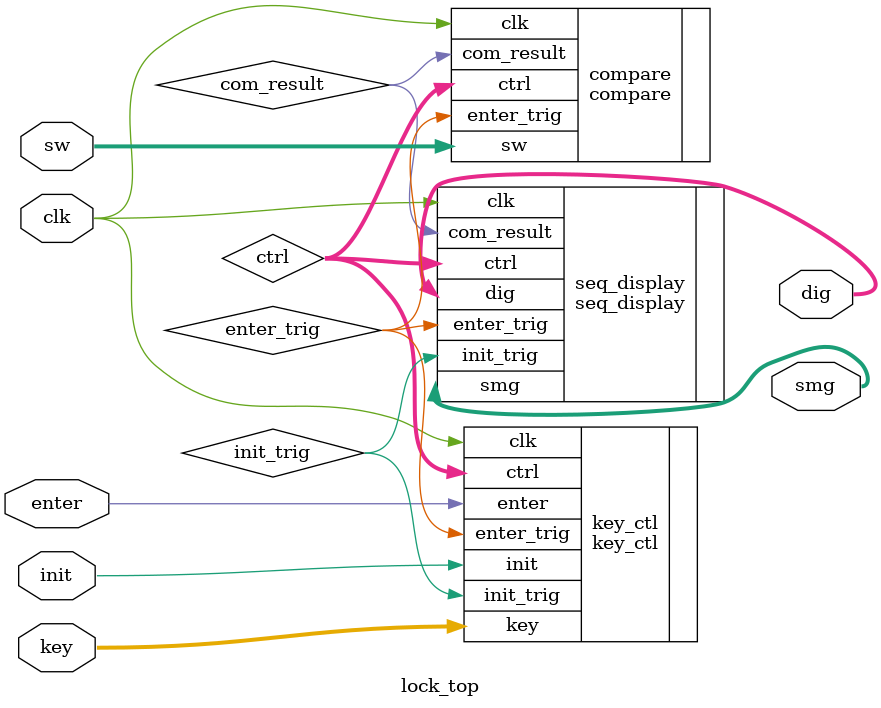
<source format=v>
`timescale 1ns / 1ps

`define UD #1
module lock_top(
    input          clk,
    input  [1:0]   key,
    input          enter,
    input          init, 
    input  [3:0]   sw,
    
    output [7:0]   smg,
    output [3:0]   dig 
);

    
    wire             enter_trig;
    wire             init_trig;
    wire [3:0]       ctrl;  
    wire             com_result; 
    
    key_ctl key_ctl(
        .clk           (  clk         ),//input            clk,
        .key           (  key         ),//input      [1:0] key,
        .enter         (  enter       ),//input            enter,
        .init          (  init        ),//input            init,

        .enter_trig    (  enter_trig  ),//output           enter_trig,
        .init_trig     (  init_trig   ),//output           init_trig,
        .ctrl          (  ctrl        ) //output     [3:0] ctrl
    );
    
    compare compare(
        .clk           (  clk         ),//input        clk,
        .sw            (  sw          ),//input [3:0]  sw,
        .ctrl          (  ctrl        ),//input [3:0]  ctrl,
        .enter_trig    (  enter_trig  ),//input        enter_trig,

        .com_result    (  com_result  ) //output       com_result
    );
    
    seq_display seq_display(
        .clk           (  clk         ),//input               clk,
        .enter_trig    (  enter_trig  ),//input               enter_trig,
        .init_trig     (  init_trig   ),//input               init_trig,
        .com_result    (  com_result  ),//input               com_result,
        .ctrl          (  ctrl        ),//input       [3:0]   ctrl,

        .smg           (  smg         ),//output reg  [7:0]   smg,
        .dig           (  dig         ) //output reg  [3:0]   dig
    );

endmodule

</source>
